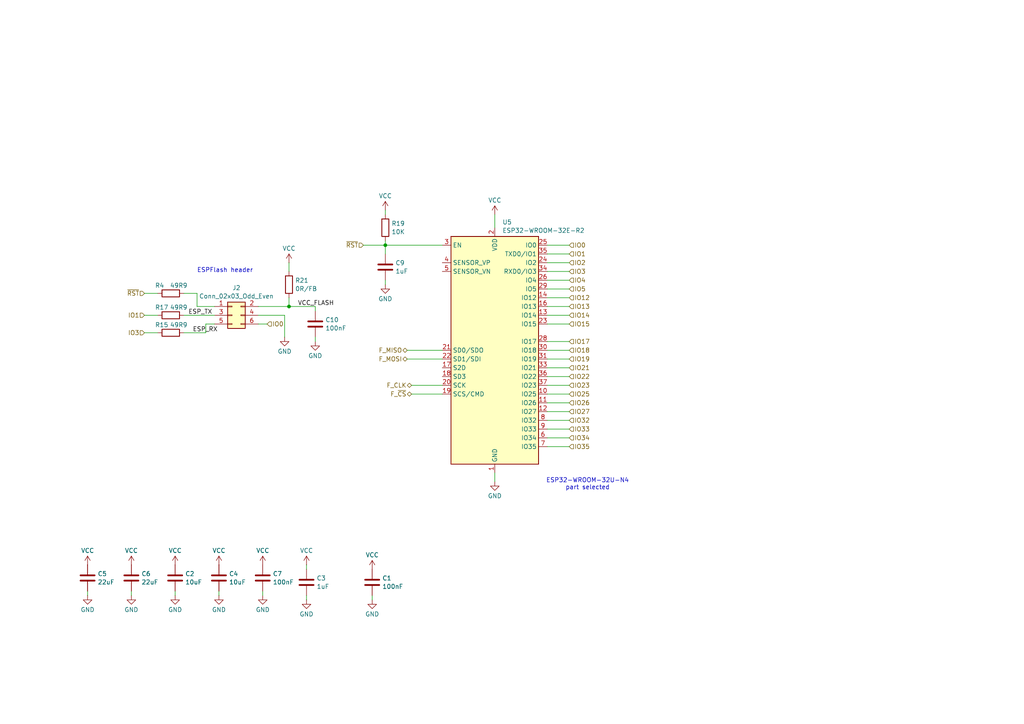
<source format=kicad_sch>
(kicad_sch (version 20250114) (generator "eeschema") (generator_version "9.0")
  (paper "A4")
  (lib_symbols
    (symbol "Connector_Generic:Conn_02x03_Odd_Even" (pin_names (offset 1.016) (hide yes))
      (property "Reference" "J" (at 1.27 5.08 0))
      (property "Value" "Conn_02x03_Odd_Even" (at 1.27 -5.08 0))
      (symbol "Conn_02x03_Odd_Even_1_1"
        (rectangle (start -1.27 3.81) (end 3.81 -3.81) (stroke (width 0.254)) (fill (type background)))
        (rectangle (start -1.27 2.667) (end 0 2.413) (stroke (width 0.1524)))
        (rectangle (start -1.27 0.127) (end 0 -0.127) (stroke (width 0.1524)))
        (rectangle (start -1.27 -2.413) (end 0 -2.667) (stroke (width 0.1524)))
        (rectangle (start 3.81 2.667) (end 2.54 2.413) (stroke (width 0.1524)))
        (rectangle (start 3.81 0.127) (end 2.54 -0.127) (stroke (width 0.1524)))
        (rectangle (start 3.81 -2.413) (end 2.54 -2.667) (stroke (width 0.1524)))
        (pin passive line (at -5.08 2.54 0) (length 3.81) (name "Pin_1") (number "1"))
        (pin passive line (at -5.08 0 0) (length 3.81) (name "Pin_3") (number "3"))
        (pin passive line (at -5.08 -2.54 0) (length 3.81) (name "Pin_5") (number "5"))
        (pin passive line (at 7.62 2.54 180) (length 3.81) (name "Pin_2") (number "2"))
        (pin passive line (at 7.62 0 180) (length 3.81) (name "Pin_4") (number "4"))
        (pin passive line (at 7.62 -2.54 180) (length 3.81) (name "Pin_6") (number "6"))
      )
    )
    (symbol "Device:C" (pin_numbers (hide yes)) (pin_names (offset 0.254))
      (property "Reference" "C" (at 0.635 2.54 0))
      (property "Value" "C" (at 0.635 -2.54 0))
      (symbol "C_0_1"
        (polyline (pts (xy -2.032 0.762) (xy 2.032 0.762)) (stroke (width 0.508)))
        (polyline (pts (xy -2.032 -0.762) (xy 2.032 -0.762)) (stroke (width 0.508)))
      )
      (symbol "C_1_1"
        (pin passive line (at 0 3.81 270) (length 2.794) (name "~") (number "1"))
        (pin passive line (at 0 -3.81 90) (length 2.794) (name "~") (number "2"))
      )
    )
    (symbol "Device:R" (pin_numbers (hide yes)) (pin_names (offset 0))
      (property "Reference" "R" (at 2.032 0 90))
      (property "Value" "R" (at 0 0 90))
      (symbol "R_0_1"
        (rectangle (start -1.016 -2.54) (end 1.016 2.54) (stroke (width 0.254)))
      )
      (symbol "R_1_1"
        (pin passive line (at 0 3.81 270) (length 1.27) (name "~") (number "1"))
        (pin passive line (at 0 -3.81 90) (length 1.27) (name "~") (number "2"))
      )
    )
    (symbol "RF_Module:ESP32-WROOM-32E-R2"
      (property "Reference" "U7" (at 2.1941 37.1645 0))
      (property "Value" "ESP32-WROOM-32E-R2" (at 2.1941 34.7402 0))
      (symbol "ESP32-WROOM-32E-R2_0_1"
        (rectangle (start -12.7 33.02) (end 12.7 -33.02) (stroke (width 0.254)) (fill (type background)))
      )
      (symbol "ESP32-WROOM-32E-R2_1_1"
        (pin input line (at -15.24 30.48 0) (length 2.54) (name "EN") (number "3"))
        (pin input line (at -15.24 25.4 0) (length 2.54) (name "SENSOR_VP") (number "4"))
        (pin input line (at -15.24 22.86 0) (length 2.54) (name "SENSOR_VN") (number "5"))
        (pin bidirectional line (at -15.24 0 0) (length 2.54) (name "SD0/SDO") (number "21"))
        (pin bidirectional line (at -15.24 -2.54 0) (length 2.54) (name "SD1/SDI") (number "22"))
        (pin bidirectional line (at -15.24 -5.08 0) (length 2.54) (name "S2D") (number "17"))
        (pin bidirectional line (at -15.24 -7.62 0) (length 2.54) (name "SD3") (number "18"))
        (pin bidirectional line (at -15.24 -10.16 0) (length 2.54) (name "SCK") (number "20"))
        (pin bidirectional line (at -15.24 -12.7 0) (length 2.54) (name "SCS/CMD") (number "19"))
        (pin no_connect line (at -12.7 -27.94 0) (length 2.54) (hide yes) (name "NC") (number "32"))
        (pin power_in line (at 0 35.56 270) (length 2.54) (name "VDD") (number "2"))
        (pin power_in line (at 0 -35.56 90) (length 2.54) (name "GND") (number "1"))
        (pin passive line (at 0 -35.56 90) (length 2.54) (hide yes) (name "GND") (number "15"))
        (pin passive line (at 0 -35.56 90) (length 2.54) (hide yes) (name "GND") (number "38"))
        (pin passive line (at 0 -35.56 90) (length 2.54) (hide yes) (name "GND") (number "39"))
        (pin no_connect line (at 12.7 5.08 180) (length 2.54) (hide yes) (name "NC") (number "27"))
        (pin bidirectional line (at 15.24 30.48 180) (length 2.54) (name "IO0") (number "25"))
        (pin bidirectional line (at 15.24 27.94 180) (length 2.54) (name "TXD0/IO1") (number "35"))
        (pin bidirectional line (at 15.24 25.4 180) (length 2.54) (name "IO2") (number "24"))
        (pin bidirectional line (at 15.24 22.86 180) (length 2.54) (name "RXD0/IO3") (number "34"))
        (pin bidirectional line (at 15.24 20.32 180) (length 2.54) (name "IO4") (number "26"))
        (pin bidirectional line (at 15.24 17.78 180) (length 2.54) (name "IO5") (number "29"))
        (pin bidirectional line (at 15.24 15.24 180) (length 2.54) (name "IO12") (number "14"))
        (pin bidirectional line (at 15.24 12.7 180) (length 2.54) (name "IO13") (number "16"))
        (pin bidirectional line (at 15.24 10.16 180) (length 2.54) (name "IO14") (number "13"))
        (pin bidirectional line (at 15.24 7.62 180) (length 2.54) (name "IO15") (number "23"))
        (pin bidirectional line (at 15.24 2.54 180) (length 2.54) (name "IO17") (number "28"))
        (pin bidirectional line (at 15.24 0 180) (length 2.54) (name "IO18") (number "30"))
        (pin bidirectional line (at 15.24 -2.54 180) (length 2.54) (name "IO19") (number "31"))
        (pin bidirectional line (at 15.24 -5.08 180) (length 2.54) (name "IO21") (number "33"))
        (pin bidirectional line (at 15.24 -7.62 180) (length 2.54) (name "IO22") (number "36"))
        (pin bidirectional line (at 15.24 -10.16 180) (length 2.54) (name "IO23") (number "37"))
        (pin bidirectional line (at 15.24 -12.7 180) (length 2.54) (name "IO25") (number "10"))
        (pin bidirectional line (at 15.24 -15.24 180) (length 2.54) (name "IO26") (number "11"))
        (pin bidirectional line (at 15.24 -17.78 180) (length 2.54) (name "IO27") (number "12"))
        (pin bidirectional line (at 15.24 -20.32 180) (length 2.54) (name "IO32") (number "8"))
        (pin bidirectional line (at 15.24 -22.86 180) (length 2.54) (name "IO33") (number "9"))
        (pin input line (at 15.24 -25.4 180) (length 2.54) (name "IO34") (number "6"))
        (pin input line (at 15.24 -27.94 180) (length 2.54) (name "IO35") (number "7"))
      )
    )
    (symbol "power:GND" (power) (pin_numbers (hide yes)) (pin_names (offset 0) (hide yes))
      (property "Value" "GND" (at 0 -3.81 0))
      (symbol "GND_0_1"
        (polyline (pts (xy 0 0) (xy 0 -1.27) (xy 1.27 -1.27) (xy 0 -2.54) (xy -1.27 -1.27) (xy 0 -1.27)))
      )
      (symbol "GND_1_1"
        (pin power_in line (at 0 0 270) (length 0) (name "~") (number "1"))
      )
    )
    (symbol "power:VCC" (power) (pin_numbers (hide yes)) (pin_names (offset 0) (hide yes))
      (property "Value" "VCC" (at 0 3.556 0))
      (symbol "VCC_0_1"
        (polyline (pts (xy -0.762 1.27) (xy 0 2.54)))
        (polyline (pts (xy 0 2.54) (xy 0.762 1.27)))
        (polyline (pts (xy 0 0) (xy 0 2.54)))
      )
      (symbol "VCC_1_1"
        (pin power_in line (at 0 0 90) (length 0) (name "~") (number "1"))
      )
    )
  )
  (text "ESPFlash header" (at 65.278 78.486 0) (effects (font (size 1.27 1.27))))
  (text "ESP32-WROOM-32U-N4\npart selected" (at 170.434 140.462 0) (effects (font (size 1.27 1.27))))
  (junction (at 111.76 71.12))
  (junction (at 83.82 88.9))
  (wire (pts (xy 111.76 71.12) (xy 111.76 73.66)))
  (wire (pts (xy 50.8 171.45) (xy 50.8 172.72)))
  (wire (pts (xy 41.91 91.44) (xy 45.72 91.44)))
  (wire (pts (xy 158.75 99.06) (xy 165.1 99.06)))
  (wire (pts (xy 111.76 69.85) (xy 111.76 71.12)))
  (wire (pts (xy 158.75 111.76) (xy 165.1 111.76)))
  (wire (pts (xy 158.75 86.36) (xy 165.1 86.36)))
  (wire (pts (xy 158.75 101.6) (xy 165.1 101.6)))
  (wire (pts (xy 158.75 104.14) (xy 165.1 104.14)))
  (wire (pts (xy 143.51 62.23) (xy 143.51 66.04)))
  (wire (pts (xy 158.75 119.38) (xy 165.1 119.38)))
  (wire (pts (xy 119.38 114.3) (xy 128.27 114.3)))
  (wire (pts (xy 57.15 88.9) (xy 57.15 85.09)))
  (wire (pts (xy 88.9 163.83) (xy 88.9 165.1)))
  (wire (pts (xy 91.44 97.79) (xy 91.44 99.06)))
  (wire (pts (xy 158.75 93.98) (xy 165.1 93.98)))
  (wire (pts (xy 158.75 109.22) (xy 165.1 109.22)))
  (wire (pts (xy 111.76 82.55) (xy 111.76 81.28)))
  (wire (pts (xy 158.75 116.84) (xy 165.1 116.84)))
  (wire (pts (xy 41.91 96.52) (xy 45.72 96.52)))
  (wire (pts (xy 83.82 88.9) (xy 91.44 88.9)))
  (wire (pts (xy 62.23 88.9) (xy 57.15 88.9)))
  (wire (pts (xy 118.11 101.6) (xy 128.27 101.6)))
  (wire (pts (xy 74.93 88.9) (xy 83.82 88.9)))
  (wire (pts (xy 107.95 172.72) (xy 107.95 173.99)))
  (wire (pts (xy 158.75 78.74) (xy 165.1 78.74)))
  (wire (pts (xy 74.93 91.44) (xy 82.55 91.44)))
  (wire (pts (xy 158.75 124.46) (xy 165.1 124.46)))
  (wire (pts (xy 38.1 171.45) (xy 38.1 172.72)))
  (wire (pts (xy 83.82 76.2) (xy 83.82 78.74)))
  (wire (pts (xy 53.34 91.44) (xy 62.23 91.44)))
  (wire (pts (xy 119.38 111.76) (xy 128.27 111.76)))
  (wire (pts (xy 76.2 171.45) (xy 76.2 172.72)))
  (wire (pts (xy 83.82 88.9) (xy 83.82 86.36)))
  (wire (pts (xy 158.75 129.54) (xy 165.1 129.54)))
  (wire (pts (xy 158.75 73.66) (xy 165.1 73.66)))
  (wire (pts (xy 41.91 85.09) (xy 45.72 85.09)))
  (wire (pts (xy 88.9 173.99) (xy 88.9 172.72)))
  (wire (pts (xy 82.55 91.44) (xy 82.55 97.79)))
  (wire (pts (xy 158.75 106.68) (xy 165.1 106.68)))
  (wire (pts (xy 143.51 137.16) (xy 143.51 139.7)))
  (wire (pts (xy 63.5 171.45) (xy 63.5 172.72)))
  (wire (pts (xy 158.75 127) (xy 165.1 127)))
  (wire (pts (xy 158.75 91.44) (xy 165.1 91.44)))
  (wire (pts (xy 158.75 76.2) (xy 165.1 76.2)))
  (wire (pts (xy 158.75 83.82) (xy 165.1 83.82)))
  (wire (pts (xy 74.93 93.98) (xy 77.47 93.98)))
  (wire (pts (xy 62.23 93.98) (xy 59.69 93.98)))
  (wire (pts (xy 111.76 60.96) (xy 111.76 62.23)))
  (wire (pts (xy 158.75 121.92) (xy 165.1 121.92)))
  (wire (pts (xy 111.76 71.12) (xy 128.27 71.12)))
  (wire (pts (xy 158.75 81.28) (xy 165.1 81.28)))
  (wire (pts (xy 158.75 88.9) (xy 165.1 88.9)))
  (wire (pts (xy 158.75 71.12) (xy 165.1 71.12)))
  (wire (pts (xy 158.75 114.3) (xy 165.1 114.3)))
  (wire (pts (xy 105.41 71.12) (xy 111.76 71.12)))
  (wire (pts (xy 118.11 104.14) (xy 128.27 104.14)))
  (wire (pts (xy 59.69 93.98) (xy 59.69 96.52)))
  (wire (pts (xy 25.4 171.45) (xy 25.4 172.72)))
  (wire (pts (xy 57.15 85.09) (xy 53.34 85.09)))
  (wire (pts (xy 91.44 88.9) (xy 91.44 90.17)))
  (wire (pts (xy 59.69 96.52) (xy 53.34 96.52)))
  (label "VCC_FLASH" (at 86.36 88.9 0))
  (label "ESP_TX" (at 54.61 91.44 0))
  (label "ESP_RX" (at 55.88 96.52 0))
  (hierarchical_label "IO19" (shape input) (at 165.1 104.14 0))
  (hierarchical_label "IO33" (shape input) (at 165.1 124.46 0))
  (hierarchical_label "IO27" (shape input) (at 165.1 119.38 0))
  (hierarchical_label "F_MOSI" (shape bidirectional) (at 118.11 104.14 180))
  (hierarchical_label "IO23" (shape input) (at 165.1 111.76 0))
  (hierarchical_label "IO3" (shape input) (at 41.91 96.52 180))
  (hierarchical_label "IO12" (shape input) (at 165.1 86.36 0))
  (hierarchical_label "F_CLK" (shape bidirectional) (at 119.38 111.76 180))
  (hierarchical_label "IO35" (shape input) (at 165.1 129.54 0))
  (hierarchical_label "IO18" (shape input) (at 165.1 101.6 0))
  (hierarchical_label "IO2" (shape input) (at 165.1 76.2 0))
  (hierarchical_label "IO25" (shape input) (at 165.1 114.3 0))
  (hierarchical_label "IO4" (shape input) (at 165.1 81.28 0))
  (hierarchical_label "IO3" (shape input) (at 165.1 78.74 0))
  (hierarchical_label "IO21" (shape input) (at 165.1 106.68 0))
  (hierarchical_label "F_MISO" (shape bidirectional) (at 118.11 101.6 180))
  (hierarchical_label "IO0" (shape input) (at 77.47 93.98 0))
  (hierarchical_label "IO32" (shape input) (at 165.1 121.92 0))
  (hierarchical_label "IO14" (shape input) (at 165.1 91.44 0))
  (hierarchical_label "~{RST}" (shape input) (at 41.91 85.09 180))
  (hierarchical_label "IO1" (shape input) (at 165.1 73.66 0))
  (hierarchical_label "~{RST}" (shape input) (at 105.41 71.12 180))
  (hierarchical_label "IO15" (shape input) (at 165.1 93.98 0))
  (hierarchical_label "IO17" (shape input) (at 165.1 99.06 0))
  (hierarchical_label "IO1" (shape input) (at 41.91 91.44 180))
  (hierarchical_label "IO22" (shape input) (at 165.1 109.22 0))
  (hierarchical_label "IO13" (shape input) (at 165.1 88.9 0))
  (hierarchical_label "IO5" (shape input) (at 165.1 83.82 0))
  (hierarchical_label "IO34" (shape input) (at 165.1 127 0))
  (hierarchical_label "IO26" (shape input) (at 165.1 116.84 0))
  (hierarchical_label "IO0" (shape input) (at 165.1 71.12 0))
  (hierarchical_label "F_~{CS}" (shape bidirectional) (at 119.38 114.3 180))
  (symbol (lib_id "power:GND") (at 38.1 172.72 0) (unit 1)
    (property "Reference" "#PWR0158" (effects (hide yes)))
    (property "Value" "GND" (at 38.1 176.8531 0))
    (property "Description" "Power symbol creates a global label with name \"GND\" , ground" (effects (hide yes)))
  )
  (symbol (lib_id "Device:R") (at 111.76 66.04 0) (unit 1)
    (property "Reference" "R19" (at 113.538 64.8278 0) (effects (justify left)))
    (property "Value" "10K" (at 113.538 67.2521 0) (effects (justify left)))
    (property "Footprint" "Resistor_SMD:R_0603_1608Metric_Pad0.98x0.95mm_HandSolder" (effects (hide yes)))
    (property "Description" "Resistor" (effects (hide yes)))
    (property "LCSC" "C25804" (effects (hide yes)))
  )
  (symbol (lib_id "power:GND") (at 88.9 173.99 0) (unit 1)
    (property "Reference" "#PWR0103" (effects (hide yes)))
    (property "Value" "GND" (at 88.9 178.1231 0))
    (property "Description" "Power symbol creates a global label with name \"GND\" , ground" (effects (hide yes)))
  )
  (symbol (lib_id "power:VCC") (at 63.5 163.83 0) (unit 1)
    (property "Reference" "#PWR097" (effects (hide yes)))
    (property "Value" "VCC" (at 63.5 159.6969 0))
    (property "Description" "Power symbol creates a global label with name \"VCC\"" (effects (hide yes)))
  )
  (symbol (lib_id "Device:C") (at 63.5 167.64 0) (unit 1)
    (property "Reference" "C4" (at 66.421 166.4278 0) (effects (justify left)))
    (property "Value" "10uF" (at 66.421 168.8521 0) (effects (justify left)))
    (property "Footprint" "Capacitor_SMD:C_0805_2012Metric_Pad1.18x1.45mm_HandSolder" (effects (hide yes)))
    (property "Description" "Unpolarized capacitor" (effects (hide yes)))
    (property "LCSC" "C440198" (effects (hide yes)))
  )
  (symbol (lib_id "Device:C") (at 38.1 167.64 0) (unit 1)
    (property "Reference" "C6" (at 41.021 166.4278 0) (effects (justify left)))
    (property "Value" "22uF" (at 41.021 168.8521 0) (effects (justify left)))
    (property "Footprint" "Capacitor_SMD:C_0805_2012Metric_Pad1.18x1.45mm_HandSolder" (effects (hide yes)))
    (property "Description" "Unpolarized capacitor" (effects (hide yes)))
    (property "LCSC" "C45783" (effects (hide yes)))
  )
  (symbol (lib_id "power:VCC") (at 25.4 163.83 0) (unit 1)
    (property "Reference" "#PWR0155" (effects (hide yes)))
    (property "Value" "VCC" (at 25.4 159.6969 0))
    (property "Description" "Power symbol creates a global label with name \"VCC\"" (effects (hide yes)))
  )
  (symbol (lib_id "power:GND") (at 76.2 172.72 0) (unit 1)
    (property "Reference" "#PWR0100" (effects (hide yes)))
    (property "Value" "GND" (at 76.2 176.8531 0))
    (property "Description" "Power symbol creates a global label with name \"GND\" , ground" (effects (hide yes)))
  )
  (symbol (lib_id "Device:C") (at 25.4 167.64 0) (unit 1)
    (property "Reference" "C5" (at 28.321 166.4278 0) (effects (justify left)))
    (property "Value" "22uF" (at 28.321 168.8521 0) (effects (justify left)))
    (property "Footprint" "Capacitor_SMD:C_0805_2012Metric_Pad1.18x1.45mm_HandSolder" (effects (hide yes)))
    (property "Description" "Unpolarized capacitor" (effects (hide yes)))
    (property "LCSC" "C45783" (effects (hide yes)))
  )
  (symbol (lib_id "power:GND") (at 111.76 82.55 0) (unit 1)
    (property "Reference" "#PWR0104" (effects (hide yes)))
    (property "Value" "GND" (at 111.76 86.6831 0))
    (property "Description" "Power symbol creates a global label with name \"GND\" , ground" (effects (hide yes)))
  )
  (symbol (lib_id "power:GND") (at 91.44 99.06 0) (unit 1)
    (property "Reference" "#PWR0141" (effects (hide yes)))
    (property "Value" "GND" (at 91.44 103.1931 0))
    (property "Description" "Power symbol creates a global label with name \"GND\" , ground" (effects (hide yes)))
  )
  (symbol (lib_id "power:VCC") (at 111.76 60.96 0) (unit 1)
    (property "Reference" "#PWR0105" (effects (hide yes)))
    (property "Value" "VCC" (at 111.76 56.8269 0))
    (property "Description" "Power symbol creates a global label with name \"VCC\"" (effects (hide yes)))
  )
  (symbol (lib_id "Device:C") (at 107.95 168.91 0) (unit 1)
    (property "Reference" "C1" (at 110.871 167.6978 0) (effects (justify left)))
    (property "Value" "100nF" (at 110.871 170.1221 0) (effects (justify left)))
    (property "Footprint" "Capacitor_SMD:C_0402_1005Metric_Pad0.74x0.62mm_HandSolder" (effects (hide yes)))
    (property "Description" "Unpolarized capacitor" (effects (hide yes)))
    (property "LCSC" "C1525" (effects (hide yes)))
  )
  (symbol (lib_id "power:VCC") (at 107.95 165.1 0) (unit 1)
    (property "Reference" "#PWR0166" (effects (hide yes)))
    (property "Value" "VCC" (at 107.95 160.9669 0))
    (property "Description" "Power symbol creates a global label with name \"VCC\"" (effects (hide yes)))
  )
  (symbol (lib_id "power:VCC") (at 50.8 163.83 0) (unit 1)
    (property "Reference" "#PWR095" (effects (hide yes)))
    (property "Value" "VCC" (at 50.8 159.6969 0))
    (property "Description" "Power symbol creates a global label with name \"VCC\"" (effects (hide yes)))
  )
  (symbol (lib_id "power:VCC") (at 38.1 163.83 0) (unit 1)
    (property "Reference" "#PWR0157" (effects (hide yes)))
    (property "Value" "VCC" (at 38.1 159.6969 0))
    (property "Description" "Power symbol creates a global label with name \"VCC\"" (effects (hide yes)))
  )
  (symbol (lib_id "Device:C") (at 50.8 167.64 0) (unit 1)
    (property "Reference" "C2" (at 53.721 166.4278 0) (effects (justify left)))
    (property "Value" "10uF" (at 53.721 168.8521 0) (effects (justify left)))
    (property "Footprint" "Capacitor_SMD:C_0805_2012Metric_Pad1.18x1.45mm_HandSolder" (effects (hide yes)))
    (property "Description" "Unpolarized capacitor" (effects (hide yes)))
    (property "LCSC" "C440198" (effects (hide yes)))
  )
  (symbol (lib_id "Connector_Generic:Conn_02x03_Odd_Even") (at 67.31 91.44 0) (unit 1)
    (property "Reference" "J2" (at 68.58 83.4855 0))
    (property "Value" "Conn_02x03_Odd_Even" (at 68.58 85.9098 0))
    (property "Footprint" "Connector_PinHeader_2.54mm:PinHeader_2x03_P2.54mm_Vertical" (effects (hide yes)))
    (property "Description" "Generic connector, double row, 02x03, odd/even pin numbering scheme (row 1 odd numbers, row 2 even numbers), script generated (kicad-library-utils/schlib/autogen/connector/)" (effects (hide yes)))
  )
  (symbol (lib_id "Device:C") (at 76.2 167.64 0) (unit 1)
    (property "Reference" "C7" (at 79.121 166.4278 0) (effects (justify left)))
    (property "Value" "100nF" (at 79.121 168.8521 0) (effects (justify left)))
    (property "Footprint" "Capacitor_SMD:C_0402_1005Metric_Pad0.74x0.62mm_HandSolder" (effects (hide yes)))
    (property "Description" "Unpolarized capacitor" (effects (hide yes)))
    (property "LCSC" "C1525" (effects (hide yes)))
  )
  (symbol (lib_id "Device:R") (at 49.53 96.52 270) (mirror x) (unit 1)
    (property "Reference" "R15" (at 44.958 94.234 90) (effects (justify left)))
    (property "Value" "49R9" (at 49.276 94.234 90) (effects (justify left)))
    (property "Footprint" "Resistor_SMD:R_0603_1608Metric_Pad0.98x0.95mm_HandSolder" (effects (hide yes)))
    (property "Description" "Resistor" (effects (hide yes)))
    (property "LCSC" "C25120" (effects (hide yes)))
  )
  (symbol (lib_id "power:VCC") (at 83.82 76.2 0) (unit 1)
    (property "Reference" "#PWR0139" (effects (hide yes)))
    (property "Value" "VCC" (at 83.82 72.0669 0))
    (property "Description" "Power symbol creates a global label with name \"VCC\"" (effects (hide yes)))
  )
  (symbol (lib_id "power:VCC") (at 143.51 62.23 0) (unit 1)
    (property "Reference" "#PWR0101" (effects (hide yes)))
    (property "Value" "VCC" (at 143.51 58.0969 0))
    (property "Description" "Power symbol creates a global label with name \"VCC\"" (effects (hide yes)))
  )
  (symbol (lib_id "power:GND") (at 25.4 172.72 0) (unit 1)
    (property "Reference" "#PWR0156" (effects (hide yes)))
    (property "Value" "GND" (at 25.4 176.8531 0))
    (property "Description" "Power symbol creates a global label with name \"GND\" , ground" (effects (hide yes)))
  )
  (symbol (lib_id "power:VCC") (at 76.2 163.83 0) (unit 1)
    (property "Reference" "#PWR099" (effects (hide yes)))
    (property "Value" "VCC" (at 76.2 159.6969 0))
    (property "Description" "Power symbol creates a global label with name \"VCC\"" (effects (hide yes)))
  )
  (symbol (lib_id "power:GND") (at 63.5 172.72 0) (unit 1)
    (property "Reference" "#PWR098" (effects (hide yes)))
    (property "Value" "GND" (at 63.5 176.8531 0))
    (property "Description" "Power symbol creates a global label with name \"GND\" , ground" (effects (hide yes)))
  )
  (symbol (lib_id "power:GND") (at 107.95 173.99 0) (unit 1)
    (property "Reference" "#PWR0167" (effects (hide yes)))
    (property "Value" "GND" (at 107.95 178.1231 0))
    (property "Description" "Power symbol creates a global label with name \"GND\" , ground" (effects (hide yes)))
  )
  (symbol (lib_id "power:VCC") (at 88.9 163.83 0) (unit 1)
    (property "Reference" "#PWR0102" (effects (hide yes)))
    (property "Value" "VCC" (at 88.9 159.6969 0))
    (property "Description" "Power symbol creates a global label with name \"VCC\"" (effects (hide yes)))
  )
  (symbol (lib_id "RF_Module:ESP32-WROOM-32E-R2") (at 143.51 101.6 0) (unit 1)
    (property "Reference" "U5" (at 145.7041 64.4355 0) (effects (justify left)))
    (property "Value" "ESP32-WROOM-32E-R2" (at 145.7041 66.8598 0) (effects (justify left)))
    (property "Footprint" "RF_Module:ESP32-WROOM-32D" (effects (hide yes)))
    (property "Datasheet" "https://www.espressif.com/sites/default/files/documentation/esp32-wroom-32e_esp32-wroom-32ue_datasheet_en.pdf" (effects (hide yes)))
    (property "Description" "RF Module, ESP32-D0WDR2-V3 SoC, with 2MB PSRAM, Wi-Fi 802.11b/g/n, Bluetooth, BLE, 32-bit, 2.7-3.6V, onboard antenna, SMD" (effects (hide yes)))
    (property "LCSC" "C328062" (effects (hide yes)))
  )
  (symbol (lib_id "Device:C") (at 111.76 77.47 0) (unit 1)
    (property "Reference" "C9" (at 114.681 76.2578 0) (effects (justify left)))
    (property "Value" "1uF" (at 114.681 78.6821 0) (effects (justify left)))
    (property "Footprint" "Capacitor_SMD:C_0402_1005Metric_Pad0.74x0.62mm_HandSolder" (effects (hide yes)))
    (property "Description" "Unpolarized capacitor" (effects (hide yes)))
    (property "LCSC" "C52923" (effects (hide yes)))
  )
  (symbol (lib_id "Device:R") (at 49.53 85.09 270) (mirror x) (unit 1)
    (property "Reference" "R4" (at 44.958 82.804 90) (effects (justify left)))
    (property "Value" "49R9" (at 49.276 82.804 90) (effects (justify left)))
    (property "Footprint" "Resistor_SMD:R_0603_1608Metric_Pad0.98x0.95mm_HandSolder" (effects (hide yes)))
    (property "Description" "Resistor" (effects (hide yes)))
    (property "LCSC" "C25120" (effects (hide yes)))
  )
  (symbol (lib_id "Device:C") (at 91.44 93.98 0) (unit 1)
    (property "Reference" "C10" (at 94.361 92.7678 0) (effects (justify left)))
    (property "Value" "100nF" (at 94.361 95.1921 0) (effects (justify left)))
    (property "Footprint" "Capacitor_SMD:C_0603_1608Metric_Pad1.08x0.95mm_HandSolder" (effects (hide yes)))
    (property "Description" "Unpolarized capacitor" (effects (hide yes)))
    (property "LCSC" "C14663" (effects (hide yes)))
  )
  (symbol (lib_id "power:GND") (at 50.8 172.72 0) (unit 1)
    (property "Reference" "#PWR096" (effects (hide yes)))
    (property "Value" "GND" (at 50.8 176.8531 0))
    (property "Description" "Power symbol creates a global label with name \"GND\" , ground" (effects (hide yes)))
  )
  (symbol (lib_id "Device:R") (at 83.82 82.55 0) (unit 1)
    (property "Reference" "R21" (at 85.598 81.3378 0) (effects (justify left)))
    (property "Value" "0R/FB" (at 85.598 83.7621 0) (effects (justify left)))
    (property "Footprint" "Resistor_SMD:R_0603_1608Metric_Pad0.98x0.95mm_HandSolder" (effects (hide yes)))
    (property "Description" "Resistor" (effects (hide yes)))
    (property "LCSC" "C21189" (effects (hide yes)))
  )
  (symbol (lib_id "Device:R") (at 49.53 91.44 270) (mirror x) (unit 1)
    (property "Reference" "R17" (at 44.958 89.154 90) (effects (justify left)))
    (property "Value" "49R9" (at 49.276 89.154 90) (effects (justify left)))
    (property "Footprint" "Resistor_SMD:R_0603_1608Metric_Pad0.98x0.95mm_HandSolder" (effects (hide yes)))
    (property "Description" "Resistor" (effects (hide yes)))
    (property "LCSC" "C25120" (effects (hide yes)))
  )
  (symbol (lib_id "power:GND") (at 82.55 97.79 0) (unit 1)
    (property "Reference" "#PWR0140" (effects (hide yes)))
    (property "Value" "GND" (at 82.55 101.9231 0))
    (property "Description" "Power symbol creates a global label with name \"GND\" , ground" (effects (hide yes)))
  )
  (symbol (lib_id "power:GND") (at 143.51 139.7 0) (unit 1)
    (property "Reference" "#PWR094" (effects (hide yes)))
    (property "Value" "GND" (at 143.51 143.8331 0))
    (property "Description" "Power symbol creates a global label with name \"GND\" , ground" (effects (hide yes)))
  )
  (symbol (lib_id "Device:C") (at 88.9 168.91 0) (unit 1)
    (property "Reference" "C3" (at 91.821 167.6978 0) (effects (justify left)))
    (property "Value" "1uF" (at 91.821 170.1221 0) (effects (justify left)))
    (property "Footprint" "Capacitor_SMD:C_0402_1005Metric_Pad0.74x0.62mm_HandSolder" (effects (hide yes)))
    (property "Description" "Unpolarized capacitor" (effects (hide yes)))
    (property "LCSC" "C52923" (effects (hide yes)))
  )
)
</source>
